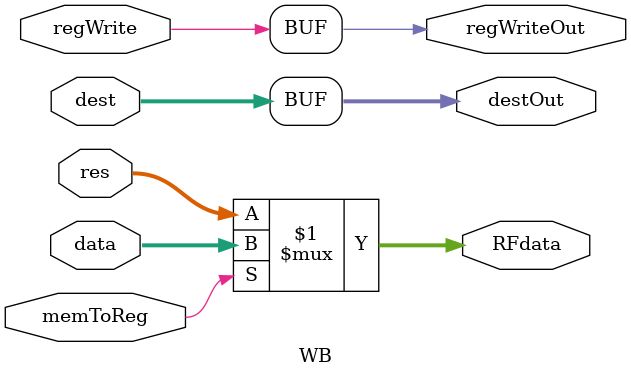
<source format=v>
module WB(input regWrite, memToReg, 
		  input [4:0] dest,
		  input [31:0] data, res,
		  output regWriteOut,
		  output [4:0] destOut, 
		  output [31:0] RFdata);
	
	assign destOut = dest;
	assign RFdata = (memToReg) ? data : res;
	assign regWriteOut = regWrite;
endmodule

</source>
